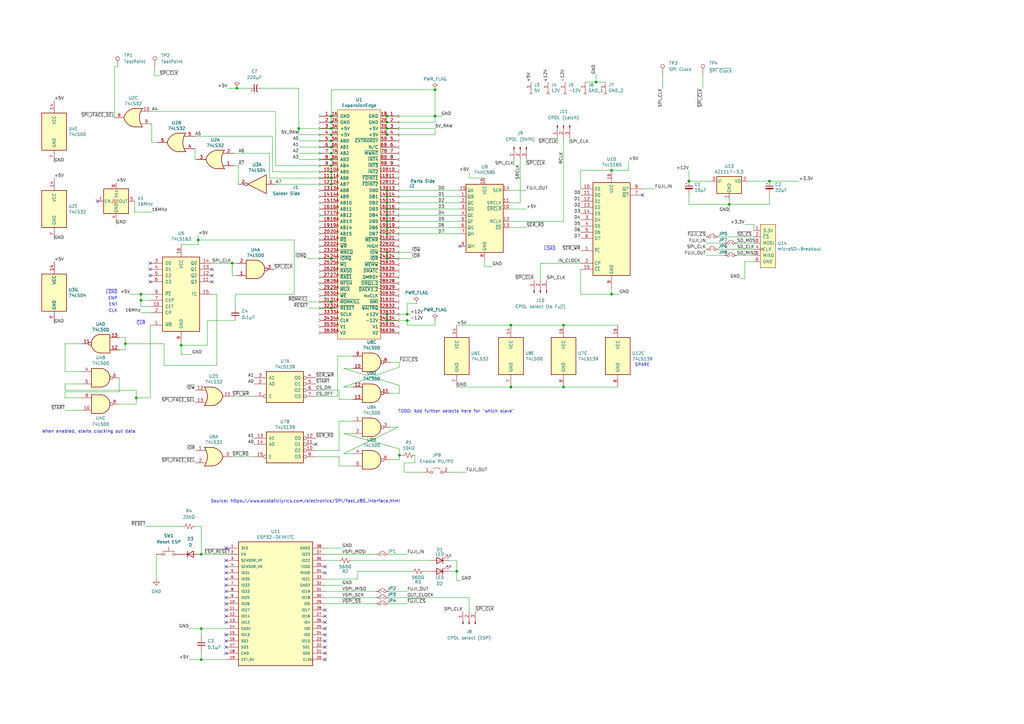
<source format=kicad_sch>
(kicad_sch (version 20211123) (generator eeschema)
  (paper "A3")
  (junction (at 178.435 36.83))
  (junction (at 135.89 75.565))
  (junction (at 231.14 158.75))
  (junction (at 209.55 158.75))
  (junction (at 209.55 133.35))
  (junction (at 158.75 83.185))
  (junction (at 81.28 98.425))
  (junction (at 163.83 186.69))
  (junction (at 74.295 141.605))
  (junction (at 158.75 50.165))
  (junction (at 135.89 47.625))
  (junction (at 158.75 128.905))
  (junction (at 250.825 69.85))
  (junction (at 158.75 93.345))
  (junction (at 158.75 95.885))
  (junction (at 135.89 67.945))
  (junction (at 95.25 107.95))
  (junction (at 135.89 57.785))
  (junction (at 315.595 74.295))
  (junction (at 244.475 33.655))
  (junction (at 135.89 73.025))
  (junction (at 135.89 55.245))
  (junction (at 158.75 131.445))
  (junction (at 135.89 106.045))
  (junction (at 135.89 52.705))
  (junction (at 57.785 123.19))
  (junction (at 135.89 60.325))
  (junction (at 82.55 227.33))
  (junction (at 135.89 123.825))
  (junction (at 231.14 133.35))
  (junction (at 299.085 83.82))
  (junction (at 158.75 55.245))
  (junction (at 158.75 85.725))
  (junction (at 167.005 128.905))
  (junction (at 158.75 78.105))
  (junction (at 82.55 270.51))
  (junction (at 187.325 234.315))
  (junction (at 135.89 70.485))
  (junction (at 51.435 140.97))
  (junction (at 122.555 52.705))
  (junction (at 158.75 47.625))
  (junction (at 55.88 163.195))
  (junction (at 135.89 62.865))
  (junction (at 158.75 88.265))
  (junction (at 282.575 74.295))
  (junction (at 158.75 106.045))
  (junction (at 158.75 103.505))
  (junction (at 158.75 80.645))
  (junction (at 135.89 126.365))
  (junction (at 178.435 47.625))
  (junction (at 158.75 90.805))
  (junction (at 250.825 120.65))
  (junction (at 97.155 36.195))
  (junction (at 135.89 65.405))
  (junction (at 82.55 257.81))
  (junction (at 158.75 52.705))
  (junction (at 167.005 131.445))
  (junction (at 57.785 120.65))
  (junction (at 135.89 50.165))
  (no_connect (at 92.71 224.79))
  (no_connect (at 92.71 232.41))
  (no_connect (at 92.71 229.87))
  (no_connect (at 61.595 113.03))
  (no_connect (at 129.54 182.245))
  (no_connect (at 263.525 80.01))
  (no_connect (at 86.995 110.49))
  (no_connect (at 92.71 234.95))
  (no_connect (at 92.71 237.49))
  (no_connect (at 92.71 240.03))
  (no_connect (at 92.71 242.57))
  (no_connect (at 133.35 255.27))
  (no_connect (at 133.35 262.89))
  (no_connect (at 133.35 265.43))
  (no_connect (at 133.35 267.97))
  (no_connect (at 133.35 270.51))
  (no_connect (at 92.71 267.97))
  (no_connect (at 92.71 265.43))
  (no_connect (at 92.71 262.89))
  (no_connect (at 92.71 260.35))
  (no_connect (at 92.71 245.11))
  (no_connect (at 92.71 247.65))
  (no_connect (at 92.71 250.19))
  (no_connect (at 92.71 252.73))
  (no_connect (at 92.71 255.27))
  (no_connect (at 133.35 252.73))
  (no_connect (at 133.35 250.19))
  (no_connect (at 133.35 234.95))
  (no_connect (at 133.35 232.41))
  (no_connect (at 40.005 82.55))
  (no_connect (at 133.35 257.81))
  (no_connect (at 133.35 260.35))
  (no_connect (at 188.595 100.965))
  (no_connect (at 86.995 113.03))
  (no_connect (at 86.995 115.57))
  (no_connect (at 61.595 115.57))
  (no_connect (at 61.595 110.49))
  (no_connect (at 61.595 107.95))
  (wire (pts (xy 315.595 74.295) (xy 306.705 74.295)))
  (wire (pts (xy 144.145 229.87) (xy 176.53 229.87)))
  (wire (pts (xy 135.89 70.485) (xy 111.76 70.485)))
  (wire (pts (xy 129.54 160.02) (xy 139.065 160.02)))
  (wire (pts (xy 133.35 227.33) (xy 154.305 227.33)))
  (wire (pts (xy 309.245 99.695) (xy 302.26 99.695)))
  (wire (pts (xy 271.78 30.48) (xy 271.78 36.195)))
  (wire (pts (xy 80.01 60.96) (xy 80.01 65.405)))
  (wire (pts (xy 80.01 215.9) (xy 82.55 215.9)))
  (wire (pts (xy 138.43 146.05) (xy 144.78 146.05)))
  (wire (pts (xy 97.155 36.195) (xy 102.235 36.195)))
  (wire (pts (xy 167.005 124.46) (xy 167.005 128.905)))
  (wire (pts (xy 93.345 36.195) (xy 97.155 36.195)))
  (wire (pts (xy 192.405 250.825) (xy 192.405 245.11)))
  (wire (pts (xy 61.595 125.73) (xy 57.785 125.73)))
  (wire (pts (xy 97.79 67.945) (xy 97.79 75.565)))
  (wire (pts (xy 221.615 107.95) (xy 238.125 107.95)))
  (wire (pts (xy 61.595 123.19) (xy 57.785 123.19)))
  (wire (pts (xy 213.36 83.185) (xy 208.915 83.185)))
  (wire (pts (xy 192.405 73.025) (xy 198.755 73.025)))
  (wire (pts (xy 82.55 215.9) (xy 82.55 227.33)))
  (wire (pts (xy 231.14 133.35) (xy 253.365 133.35)))
  (wire (pts (xy 309.245 104.775) (xy 302.26 104.775)))
  (wire (pts (xy 178.435 36.83) (xy 178.435 47.625)))
  (wire (pts (xy 82.55 257.81) (xy 92.71 257.81)))
  (wire (pts (xy 254 120.65) (xy 250.825 120.65)))
  (wire (pts (xy 51.435 140.97) (xy 67.31 140.97)))
  (wire (pts (xy 139.065 184.785) (xy 129.54 184.785)))
  (wire (pts (xy 95.25 107.95) (xy 97.155 107.95)))
  (wire (pts (xy 257.81 66.04) (xy 257.81 69.85)))
  (wire (pts (xy 168.275 128.905) (xy 167.005 128.905)))
  (wire (pts (xy 78.74 145.415) (xy 74.295 145.415)))
  (wire (pts (xy 74.295 145.415) (xy 74.295 141.605)))
  (wire (pts (xy 187.325 238.125) (xy 187.325 234.315)))
  (wire (pts (xy 238.125 120.65) (xy 250.825 120.65)))
  (wire (pts (xy 26.67 163.195) (xy 33.655 163.195)))
  (wire (pts (xy 187.325 229.87) (xy 184.15 229.87)))
  (wire (pts (xy 159.385 245.11) (xy 192.405 245.11)))
  (wire (pts (xy 74.295 141.605) (xy 85.09 141.605)))
  (wire (pts (xy 140.335 240.03) (xy 133.35 240.03)))
  (wire (pts (xy 192.405 70.485) (xy 192.405 73.025)))
  (wire (pts (xy 46.99 48.26) (xy 46.99 27.305)))
  (wire (pts (xy 48.895 154.94) (xy 48.895 160.655)))
  (wire (pts (xy 167.005 128.905) (xy 158.75 128.905)))
  (wire (pts (xy 160.02 148.59) (xy 163.83 148.59)))
  (wire (pts (xy 139.065 160.02) (xy 139.065 163.83)))
  (wire (pts (xy 170.815 124.46) (xy 167.005 124.46)))
  (wire (pts (xy 244.475 33.655) (xy 240.03 33.655)))
  (wire (pts (xy 215.9 65.405) (xy 215.9 67.945)))
  (wire (pts (xy 165.1 186.69) (xy 163.83 186.69)))
  (wire (pts (xy 129.54 162.56) (xy 138.43 162.56)))
  (wire (pts (xy 67.31 140.97) (xy 67.31 149.86)))
  (wire (pts (xy 238.125 110.49) (xy 238.125 120.65)))
  (wire (pts (xy 158.75 78.105) (xy 188.595 78.105)))
  (wire (pts (xy 140.97 151.13) (xy 144.78 151.13)))
  (wire (pts (xy 26.67 157.48) (xy 33.655 157.48)))
  (wire (pts (xy 135.89 60.325) (xy 122.555 60.325)))
  (wire (pts (xy 59.69 215.9) (xy 74.93 215.9)))
  (wire (pts (xy 163.83 186.69) (xy 163.83 184.15)))
  (wire (pts (xy 51.435 138.43) (xy 48.895 138.43)))
  (wire (pts (xy 215.9 93.345) (xy 208.915 93.345)))
  (wire (pts (xy 135.89 62.865) (xy 122.555 62.865)))
  (wire (pts (xy 208.915 90.805) (xy 231.14 90.805)))
  (wire (pts (xy 48.895 165.735) (xy 55.88 165.735)))
  (wire (pts (xy 95.25 187.325) (xy 104.14 187.325)))
  (wire (pts (xy 178.435 47.625) (xy 180.975 47.625)))
  (wire (pts (xy 184.15 234.315) (xy 187.325 234.315)))
  (wire (pts (xy 215.9 78.105) (xy 208.915 78.105)))
  (wire (pts (xy 189.23 238.125) (xy 187.325 238.125)))
  (wire (pts (xy 170.18 189.865) (xy 170.18 186.69)))
  (wire (pts (xy 305.435 107.315) (xy 309.245 107.315)))
  (wire (pts (xy 158.75 83.185) (xy 188.595 83.185)))
  (wire (pts (xy 282.575 74.295) (xy 282.575 69.85)))
  (wire (pts (xy 63.5 31.115) (xy 63.5 27.305)))
  (wire (pts (xy 158.75 88.265) (xy 188.595 88.265)))
  (wire (pts (xy 158.75 80.645) (xy 188.595 80.645)))
  (wire (pts (xy 82.55 227.33) (xy 92.71 227.33)))
  (wire (pts (xy 303.53 114.3) (xy 305.435 114.3)))
  (wire (pts (xy 168.91 103.505) (xy 158.75 103.505)))
  (wire (pts (xy 213.36 65.405) (xy 213.36 83.185)))
  (wire (pts (xy 167.005 227.33) (xy 159.385 227.33)))
  (wire (pts (xy 122.555 52.705) (xy 135.89 52.705)))
  (wire (pts (xy 57.785 123.19) (xy 57.785 120.65)))
  (wire (pts (xy 135.89 73.025) (xy 110.49 73.025)))
  (wire (pts (xy 62.23 50.8) (xy 62.23 58.42)))
  (wire (pts (xy 77.47 257.81) (xy 82.55 257.81)))
  (wire (pts (xy 140.97 186.055) (xy 163.195 175.26)))
  (wire (pts (xy 113.03 67.945) (xy 113.03 45.72)))
  (wire (pts (xy 139.065 163.83) (xy 144.78 163.83)))
  (wire (pts (xy 144.78 172.72) (xy 139.065 172.72)))
  (wire (pts (xy 135.89 67.945) (xy 113.03 67.945)))
  (wire (pts (xy 62.23 58.42) (xy 64.77 58.42)))
  (wire (pts (xy 57.785 128.27) (xy 61.595 128.27)))
  (wire (pts (xy 163.83 161.29) (xy 163.83 158.115)))
  (wire (pts (xy 146.685 237.49) (xy 146.685 234.315)))
  (wire (pts (xy 140.97 158.75) (xy 144.78 158.75)))
  (wire (pts (xy 140.97 177.8) (xy 144.78 177.8)))
  (wire (pts (xy 146.685 234.315) (xy 168.91 234.315)))
  (wire (pts (xy 168.91 106.045) (xy 158.75 106.045)))
  (wire (pts (xy 122.555 57.785) (xy 135.89 57.785)))
  (wire (pts (xy 167.005 242.57) (xy 159.385 242.57)))
  (wire (pts (xy 309.245 92.075) (xy 309.245 94.615)))
  (wire (pts (xy 139.065 172.72) (xy 139.065 184.785)))
  (wire (pts (xy 178.435 133.35) (xy 167.005 133.35)))
  (wire (pts (xy 135.89 55.245) (xy 122.555 55.245)))
  (wire (pts (xy 55.245 82.55) (xy 55.245 86.995)))
  (wire (pts (xy 294.64 102.235) (xy 309.245 102.235)))
  (wire (pts (xy 158.75 95.885) (xy 188.595 95.885)))
  (wire (pts (xy 135.89 50.165) (xy 135.89 47.625)))
  (wire (pts (xy 268.605 77.47) (xy 263.525 77.47)))
  (wire (pts (xy 248.285 33.655) (xy 244.475 33.655)))
  (wire (pts (xy 82.55 266.7) (xy 82.55 270.51)))
  (wire (pts (xy 138.43 146.05) (xy 138.43 162.56)))
  (wire (pts (xy 139.065 187.325) (xy 139.065 191.135)))
  (wire (pts (xy 61.595 163.195) (xy 61.595 133.35)))
  (wire (pts (xy 126.365 123.825) (xy 135.89 123.825)))
  (wire (pts (xy 81.28 96.52) (xy 81.28 98.425)))
  (wire (pts (xy 233.68 56.515) (xy 233.68 59.055)))
  (wire (pts (xy 51.435 140.97) (xy 51.435 138.43)))
  (wire (pts (xy 187.325 234.315) (xy 187.325 229.87)))
  (wire (pts (xy 135.89 75.565) (xy 113.03 75.565)))
  (wire (pts (xy 250.825 120.65) (xy 250.825 118.11)))
  (wire (pts (xy 244.475 30.48) (xy 244.475 33.655)))
  (wire (pts (xy 111.76 70.485) (xy 111.76 55.88)))
  (wire (pts (xy 257.81 69.85) (xy 250.825 69.85)))
  (wire (pts (xy 81.28 100.33) (xy 74.295 100.33)))
  (wire (pts (xy 53.34 120.65) (xy 57.785 120.65)))
  (wire (pts (xy 26.67 168.275) (xy 33.655 168.275)))
  (wire (pts (xy 165.735 193.675) (xy 165.735 189.865)))
  (wire (pts (xy 299.085 86.995) (xy 299.085 83.82)))
  (wire (pts (xy 122.555 36.195) (xy 122.555 52.705)))
  (wire (pts (xy 178.435 131.445) (xy 178.435 133.35)))
  (wire (pts (xy 282.575 74.295) (xy 291.465 74.295)))
  (wire (pts (xy 77.47 270.51) (xy 82.55 270.51)))
  (wire (pts (xy 158.75 90.805) (xy 188.595 90.805)))
  (wire (pts (xy 65.405 31.115) (xy 63.5 31.115)))
  (wire (pts (xy 158.75 55.245) (xy 178.435 55.245)))
  (wire (pts (xy 231.14 133.35) (xy 209.55 133.35)))
  (wire (pts (xy 163.83 150.495) (xy 140.97 158.75)))
  (wire (pts (xy 95.25 113.03) (xy 95.25 107.95)))
  (wire (pts (xy 201.93 109.22) (xy 198.755 109.22)))
  (wire (pts (xy 133.35 247.65) (xy 154.305 247.65)))
  (wire (pts (xy 178.435 52.705) (xy 158.75 52.705)))
  (wire (pts (xy 85.09 131.445) (xy 85.09 141.605)))
  (wire (pts (xy 120.65 98.425) (xy 81.28 98.425)))
  (wire (pts (xy 209.55 158.75) (xy 187.325 158.75)))
  (wire (pts (xy 55.88 163.195) (xy 55.88 160.02)))
  (wire (pts (xy 125.73 106.045) (xy 135.89 106.045)))
  (wire (pts (xy 88.9 120.65) (xy 86.995 120.65)))
  (wire (pts (xy 51.435 143.51) (xy 51.435 140.97)))
  (wire (pts (xy 228.6 56.515) (xy 228.6 59.055)))
  (wire (pts (xy 238.125 77.47) (xy 238.125 69.85)))
  (wire (pts (xy 297.18 99.695) (xy 289.56 99.695)))
  (wire (pts (xy 110.49 73.025) (xy 110.49 62.865)))
  (wire (pts (xy 299.085 83.82) (xy 299.085 81.915)))
  (wire (pts (xy 184.15 193.675) (xy 191.135 193.675)))
  (wire (pts (xy 107.315 36.195) (xy 122.555 36.195)))
  (wire (pts (xy 122.555 65.405) (xy 135.89 65.405)))
  (wire (pts (xy 110.49 62.865) (xy 95.885 62.865)))
  (wire (pts (xy 305.435 114.3) (xy 305.435 107.315)))
  (wire (pts (xy 158.75 50.165) (xy 178.435 50.165)))
  (wire (pts (xy 163.195 175.26) (xy 160.02 175.26)))
  (wire (pts (xy 120.65 120.65) (xy 120.65 98.425)))
  (wire (pts (xy 26.67 160.655) (xy 26.67 163.195)))
  (wire (pts (xy 74.295 141.605) (xy 74.295 140.97)))
  (wire (pts (xy 64.135 237.49) (xy 64.135 227.33)))
  (wire (pts (xy 305.435 92.075) (xy 309.245 92.075)))
  (wire (pts (xy 55.88 165.735) (xy 55.88 163.195)))
  (wire (pts (xy 163.83 158.115) (xy 140.97 151.13)))
  (wire (pts (xy 315.595 83.82) (xy 299.085 83.82)))
  (wire (pts (xy 81.915 227.33) (xy 82.55 227.33)))
  (wire (pts (xy 26.67 152.4) (xy 33.655 152.4)))
  (wire (pts (xy 26.67 140.97) (xy 26.67 152.4)))
  (wire (pts (xy 167.005 133.35) (xy 167.005 131.445)))
  (wire (pts (xy 139.065 191.135) (xy 144.78 191.135)))
  (wire (pts (xy 96.52 131.445) (xy 85.09 131.445)))
  (wire (pts (xy 126.365 126.365) (xy 135.89 126.365)))
  (wire (pts (xy 209.55 133.35) (xy 187.325 133.35)))
  (wire (pts (xy 80.01 65.405) (xy 80.645 65.405)))
  (wire (pts (xy 133.35 242.57) (xy 154.305 242.57)))
  (wire (pts (xy 47.625 92.075) (xy 47.625 90.17)))
  (wire (pts (xy 129.54 187.325) (xy 139.065 187.325)))
  (wire (pts (xy 33.655 140.97) (xy 26.67 140.97)))
  (wire (pts (xy 282.575 83.82) (xy 299.085 83.82)))
  (wire (pts (xy 158.75 93.345) (xy 188.595 93.345)))
  (wire (pts (xy 282.575 79.375) (xy 282.575 83.82)))
  (wire (pts (xy 95.25 162.56) (xy 104.14 162.56)))
  (wire (pts (xy 97.155 113.03) (xy 95.25 113.03)))
  (wire (pts (xy 238.125 69.85) (xy 250.825 69.85)))
  (wire (pts (xy 95.885 67.945) (xy 97.79 67.945)))
  (wire (pts (xy 160.02 188.595) (xy 163.83 188.595)))
  (wire (pts (xy 57.785 125.73) (xy 57.785 123.19)))
  (wire (pts (xy 135.89 47.625) (xy 135.89 36.83)))
  (wire (pts (xy 178.435 50.165) (xy 178.435 47.625)))
  (wire (pts (xy 309.245 97.155) (xy 294.64 97.155)))
  (wire (pts (xy 111.76 55.88) (xy 80.01 55.88)))
  (wire (pts (xy 163.83 148.59) (xy 163.83 150.495)))
  (wire (pts (xy 160.02 161.29) (xy 163.83 161.29)))
  (wire (pts (xy 55.245 86.995) (xy 62.23 86.995)))
  (wire (pts (xy 231.14 56.515) (xy 231.14 90.805)))
  (wire (pts (xy 288.29 30.48) (xy 288.29 36.195)))
  (wire (pts (xy 158.75 131.445) (xy 167.005 131.445)))
  (wire (pts (xy 88.9 149.86) (xy 88.9 120.65)))
  (wire (pts (xy 96.52 120.65) (xy 120.65 120.65)))
  (wire (pts (xy 133.35 245.11) (xy 154.305 245.11)))
  (wire (pts (xy 158.75 47.625) (xy 178.435 47.625)))
  (wire (pts (xy 198.755 109.22) (xy 198.755 106.045)))
  (wire (pts (xy 289.56 104.775) (xy 297.18 104.775)))
  (wire (pts (xy 113.03 45.72) (xy 62.23 45.72)))
  (wire (pts (xy 173.99 234.315) (xy 176.53 234.315)))
  (wire (pts (xy 57.785 120.65) (xy 61.595 120.65)))
  (wire (pts (xy 221.615 114.935) (xy 221.615 107.95)))
  (wire (pts (xy 55.88 160.02) (xy 26.67 160.02)))
  (wire (pts (xy 315.595 74.295) (xy 327.66 74.295)))
  (wire (pts (xy 135.89 36.83) (xy 178.435 36.83)))
  (wire (pts (xy 48.895 143.51) (xy 51.435 143.51)))
  (wire (pts (xy 165.735 189.865) (xy 170.18 189.865)))
  (wire (pts (xy 46.99 27.305) (xy 48.26 27.305)))
  (wire (pts (xy 144.78 186.055) (xy 140.97 186.055)))
  (wire (pts (xy 48.895 160.655) (xy 26.67 160.655)))
  (wire (pts (xy 165.735 193.675) (xy 173.99 193.675)))
  (wire (pts (xy 96.52 126.365) (xy 96.52 120.65)))
  (wire (pts (xy 82.55 270.51) (xy 92.71 270.51)))
  (wire (pts (xy 178.435 52.705) (xy 178.435 55.245)))
  (wire (pts (xy 122.555 52.705) (xy 122.555 55.245)))
  (wire (pts (xy 158.75 85.725) (xy 188.595 85.725)))
  (wire (pts (xy 163.83 184.15) (xy 140.97 177.8)))
  (wire (pts (xy 140.335 224.79) (xy 133.35 224.79)))
  (wire (pts (xy 159.385 247.65) (xy 167.005 247.65)))
  (wire (pts (xy 95.25 107.95) (xy 86.995 107.95)))
  (wire (pts (xy 26.67 160.02) (xy 26.67 157.48)))
  (wire (pts (xy 81.28 98.425) (xy 81.28 100.33)))
  (wire (pts (xy 167.005 131.445) (xy 168.275 131.445)))
  (wire (pts (xy 133.35 229.87) (xy 139.065 229.87)))
  (wire (pts (xy 82.55 257.81) (xy 82.55 261.62)))
  (wire (pts (xy 55.88 163.195) (xy 61.595 163.195)))
  (wire (pts (xy 315.595 79.375) (xy 315.595 83.82)))
  (wire (pts (xy 133.35 237.49) (xy 146.685 237.49)))
  (wire (pts (xy 163.83 188.595) (xy 163.83 186.69)))
  (wire (pts (xy 67.31 149.86) (xy 88.9 149.86)))
  (wire (pts (xy 210.82 65.405) (xy 210.82 67.945)))
  (wire (pts (xy 215.9 85.725) (xy 208.915 85.725)))
  (wire (pts (xy 253.365 158.75) (xy 231.14 158.75)))
  (wire (pts (xy 209.55 158.75) (xy 231.14 158.75)))
  (text "CLK" (at 48.26 128.27 180) (effects (font (size 1.27 1.27)) (justify right bottom)))
  (text "ENT" (at 48.26 125.73 180) (effects (font (size 1.27 1.27)) (justify right bottom)))
  (text "~{CLR}" (at 59.69 133.35 180) (effects (font (size 1.27 1.27)) (justify right bottom)))
  (text "SPARE" (at 260.35 150.495 0) (effects (font (size 1.27 1.27)) (justify left bottom)))
  (text "When enabled, starts clocking out data" (at 17.145 177.8 0) (effects (font (size 1.27 1.27)) (justify left bottom)))
  (text "TODO: Add further selects here for \"which slave\"" (at 163.195 169.545 0) (effects (font (size 1.27 1.27)) (justify left bottom)))
  (text "~{LOAD}" (at 227.965 102.87 180) (effects (font (size 1.27 1.27)) (justify right bottom)))
  (text "~{LOAD}" (at 48.26 120.65 180) (effects (font (size 1.27 1.27)) (justify right bottom)))
  (text "Source: https://www.ecstaticlyrics.com/electronics/SPI/fast_z80_interface.html" (at 86.36 206.375 0) (effects (font (size 1.27 1.27)) (justify left bottom)))
  (text "ENP" (at 48.26 123.19 180) (effects (font (size 1.27 1.27)) (justify right bottom)))
  (label "+5V" (at 215.9 85.725 0))
  (label "RCLK" (at 231.14 67.31 90))
  (label "+5V" (at 93.345 36.195 180))
  (label "GND" (at 299.085 86.995 180))
  (label "D6" (at 238.125 95.25 180))
  (label "OUT_CLOCK" (at 167.005 245.11 0))
  (label "~{IOR}" (at 168.91 106.045 0))
  (label "D7" (at 238.125 97.79 180))
  (label "GND" (at 77.47 257.81 180))
  (label "+3.3V" (at 327.66 74.295 0))
  (label "FUJI_OUT" (at 215.9 78.105 0))
  (label "~{IOR}" (at 80.01 184.785 180))
  (label "D0" (at 179.705 78.105 0))
  (label "GND" (at 244.475 30.48 90))
  (label "+5V" (at 22.225 41.275 0))
  (label "A1" (at 104.14 179.705 180))
  (label "SPI_CLK" (at 289.56 102.235 180))
  (label "5V_RAW" (at 122.555 55.245 180))
  (label "~{SD_CS}" (at 302.26 97.155 0))
  (label "~{SPI_IFACE_SEL}" (at 80.01 165.1 180))
  (label "+5V" (at 53.34 120.65 180))
  (label "A5" (at 80.01 55.88 0))
  (label "FUJI_OUT" (at 191.135 193.675 0))
  (label "D1" (at 238.125 82.55 180))
  (label "~{FUJI_CS}" (at 167.005 247.65 0))
  (label "-12V" (at 231.775 33.655 90))
  (label "+5V" (at 187.325 133.35 0))
  (label "~{SPI_CLK}" (at 228.6 59.055 180))
  (label "16MHz" (at 62.23 86.995 0))
  (label "D4" (at 238.125 90.17 180))
  (label "D6" (at 179.705 93.345 0))
  (label "~{SPI_WR}" (at 95.25 162.56 0))
  (label "~{SPI_IFACE_SEL}" (at 46.99 48.26 180))
  (label "+3.3V" (at 305.435 92.075 180))
  (label "16MHz" (at 57.785 128.27 180))
  (label "~{RESET}" (at 126.365 126.365 180))
  (label "~{IORQ}" (at 125.73 106.045 180))
  (label "D2" (at 179.705 83.185 0))
  (label "GND" (at 201.93 109.22 0))
  (label "~{SPI_CLK}" (at 112.395 110.49 0))
  (label "A0" (at 122.555 57.785 180))
  (label "~{IOW}" (at 168.91 103.505 0))
  (label "GND" (at 189.23 238.125 0))
  (label "~{SPI_CLK}" (at 215.9 67.945 0))
  (label "GND" (at 78.74 145.415 0))
  (label "A0" (at 104.14 182.245 180))
  (label "D7" (at 179.705 95.885 0))
  (label "D5" (at 179.705 90.805 0))
  (label "IN_CLOCK" (at 238.125 107.95 180))
  (label "CS_ON" (at 129.54 160.02 0))
  (label "A6" (at 97.79 62.865 0))
  (label "FUJI_IN" (at 289.56 99.695 180))
  (label "A1" (at 122.555 60.325 180))
  (label "VSPI_MOSI" (at 140.335 227.33 0))
  (label "+5V" (at 81.28 96.52 0))
  (label "GND" (at 22.225 66.675 0))
  (label "+5V" (at 47.625 74.93 0))
  (label "FUJI_IN" (at 167.005 227.33 0))
  (label "SPI_CLK" (at 189.865 250.825 180))
  (label "A1" (at 104.14 154.94 180))
  (label "SD_MOSI" (at 302.26 99.695 0))
  (label "GND" (at 140.335 224.79 0))
  (label "~{SPI_CLK}" (at 194.945 250.825 0))
  (label "FUJI_OUT" (at 289.56 104.775 180))
  (label "D2" (at 238.125 85.09 180))
  (label "FUJI_IN" (at 268.605 77.47 0))
  (label "5V_RAW" (at 178.435 52.705 0))
  (label "~{IOW}" (at 80.01 160.02 180))
  (label "+5V" (at 192.405 70.485 180))
  (label "~{SPI_CLK}" (at 219.075 114.935 180))
  (label "A7" (at 113.03 75.565 0))
  (label "SPI_CLK" (at 271.78 36.195 270))
  (label "~{RESET}" (at 59.69 215.9 180))
  (label "SPI_CLK" (at 86.995 107.95 0))
  (label "GND" (at 303.53 114.3 180))
  (label "+5V" (at 217.805 33.655 90))
  (label "D3" (at 179.705 85.725 0))
  (label "~{SER_RD}" (at 215.9 93.345 0))
  (label "+12V" (at 224.79 33.655 90))
  (label "~{FUJI_CS}" (at 289.56 97.155 180))
  (label "~{SER_RD}" (at 129.54 179.705 0))
  (label "~{SPI_IFACE_SEL}" (at 80.01 189.865 180))
  (label "GND" (at 254 120.65 0))
  (label "~{SPI_CLK}" (at 288.29 36.195 270))
  (label "A0" (at 104.14 157.48 180))
  (label "+5V" (at 257.81 66.04 0))
  (label "+12V" (at 282.575 69.85 180))
  (label "+5V" (at 77.47 270.51 180))
  (label "VSPI_SCK" (at 140.335 245.11 0))
  (label "+12V" (at 168.275 128.905 0))
  (label "GND" (at 180.975 47.625 0))
  (label "SRCLK" (at 213.36 73.66 90))
  (label "A4" (at 62.23 45.72 0))
  (label "D1" (at 179.705 80.645 0))
  (label "A2" (at 122.555 62.865 180))
  (label "~{FUJI_CS}" (at 163.83 148.59 0))
  (label "SD_CLK" (at 302.26 102.235 0))
  (label "-12V" (at 168.275 131.445 0))
  (label "~{SPI_CLK}" (at 65.405 31.115 0))
  (label "VSPI_MISO" (at 140.335 242.57 0))
  (label "CS_OFF" (at 129.54 162.56 0))
  (label "~{ROMKILL}" (at 126.365 123.825 180))
  (label "GND" (at 140.335 240.03 0))
  (label "SPI_CLK" (at 224.155 114.935 0))
  (label "~{VSPI_SS}" (at 140.335 247.65 0))
  (label "GND" (at 187.325 158.75 0))
  (label "D5" (at 238.125 92.71 180))
  (label "GND" (at 22.225 132.715 0))
  (label "FUJI_OUT" (at 167.005 242.57 0))
  (label "D0" (at 238.125 80.01 180))
  (label "+5V" (at 22.225 73.025 0))
  (label "SD_MISO" (at 302.26 104.775 0))
  (label "GND" (at 22.225 98.425 0))
  (label "~{SPI_RD}" (at 95.25 187.325 0))
  (label "+5V" (at 22.225 107.315 0))
  (label "D4" (at 179.705 88.265 0))
  (label "SPI_CLK" (at 210.82 67.945 180))
  (label "~{START}" (at 129.54 157.48 0))
  (label "~{ESP_RESET}" (at 83.82 227.33 0))
  (label "A3" (at 122.555 65.405 180))
  (label "~{SER_WR}" (at 238.125 102.87 180))
  (label "~{A7}" (at 97.79 67.945 0))
  (label "~{SER_WR}" (at 129.54 154.94 0))
  (label "~{START}" (at 26.67 168.275 180))
  (label "GND" (at 47.625 92.075 0))
  (label "D3" (at 238.125 87.63 180))
  (label "SPI_CLK" (at 233.68 59.055 0))
  (symbol (lib_id "PC-8801:ExpansionEdge") (at 147.32 42.545 0) (unit 1)
    (property "Reference" "U1" (at 147.32 40.894 0))
    (property "Value" "ExpansionEdge" (at 147.32 43.2054 0))
    (property "Footprint" "PC-8801:PC88 Edge" (effects hide))
  )
  (symbol (lib_id "Connector:Conn_01x36_Female") (at 130.81 90.805 0) (mirror y) (unit 1)
    (property "Reference" "J1" (at 121.285 76.835 0))
    (property "Value" "Solder Side" (at 117.475 79.375 0))
    (property "Footprint" "Connector_PinHeader_2.54mm:PinHeader_1x36_P2.54mm_Vertical" (effects hide))
  )
  (symbol (lib_id "Connector:Conn_01x01_Female") (at 217.805 38.735 270) (unit 1)
    (property "Reference" "J3" (at 219.0242 34.8234 90) (effects (justify left)))
    (property "Value" "5V" (at 219.0242 37.1348 90) (effects (justify left)))
    (property "Footprint" "PC-8801:1x20_PowerBar" (effects hide))
  )
  (symbol (lib_id "Connector:Conn_01x01_Female") (at 224.79 38.735 270) (unit 1)
    (property "Reference" "J4" (at 226.0092 34.8234 90) (effects (justify left)))
    (property "Value" "12V" (at 226.0092 37.1348 90) (effects (justify left)))
    (property "Footprint" "PC-8801:1x20_PowerBar" (effects hide))
  )
  (symbol (lib_id "Connector:Conn_01x01_Female") (at 231.775 38.735 270) (unit 1)
    (property "Reference" "J5" (at 232.9942 34.8234 90) (effects (justify left)))
    (property "Value" "-12V" (at 232.9942 37.1348 90) (effects (justify left)))
    (property "Footprint" "PC-8801:1x20_PowerBar" (effects hide))
  )
  (symbol (lib_id "Connector:Conn_01x01_Female") (at 240.03 38.735 270) (unit 1)
    (property "Reference" "J6" (at 241.2492 34.8234 90) (effects (justify left)))
    (property "Value" "GND_1" (at 241.2492 37.1348 90) (effects (justify left)))
    (property "Footprint" "PC-8801:1x20_PowerBar" (effects hide))
  )
  (symbol (lib_id "Connector:Conn_01x01_Female") (at 248.285 38.735 270) (unit 1)
    (property "Reference" "J7" (at 249.5042 34.8234 90) (effects (justify left)))
    (property "Value" "GND_2" (at 249.5042 37.1348 90) (effects (justify left)))
    (property "Footprint" "PC-8801:1x20_PowerBar" (effects hide))
  )
  (symbol (lib_id "Connector:Conn_01x36_Female") (at 163.83 90.805 0) (unit 1)
    (property "Reference" "J2" (at 167.64 76.2 0) (effects (justify left)))
    (property "Value" "Parts Side" (at 168.275 74.295 0) (effects (justify left)))
    (property "Footprint" "Connector_PinHeader_2.54mm:PinHeader_1x36_P2.54mm_Vertical" (effects hide))
  )
  (symbol (lib_id "74xx:74LS04") (at 105.41 75.565 180) (unit 1)
    (property "Reference" "U3" (at 105.41 67.5132 0))
    (property "Value" "74LS04" (at 105.41 69.8246 0))
    (property "Footprint" "Package_DIP:DIP-14_W7.62mm_Socket_LongPads" (effects hide))
    (property "Datasheet" "http://www.ti.com/lit/gpn/sn74LS04" (effects hide))
  )
  (symbol (lib_id "74xx:74LS32") (at 88.265 65.405 180) (unit 1)
    (property "Reference" "U2" (at 88.265 57.3532 0))
    (property "Value" "74LS32" (at 88.265 59.6646 0))
    (property "Footprint" "Package_DIP:DIP-14_W7.62mm_Socket_LongPads" (effects hide))
    (property "Datasheet" "http://www.ti.com/lit/gpn/sn74LS32" (effects hide))
  )
  (symbol (lib_id "74xx:74LS32") (at 72.39 58.42 180) (unit 2)
    (property "Reference" "U2" (at 72.39 50.3682 0))
    (property "Value" "74LS32" (at 72.39 52.6796 0))
    (property "Footprint" "Package_DIP:DIP-14_W7.62mm_Socket_LongPads" (effects hide))
    (property "Datasheet" "http://www.ti.com/lit/gpn/sn74LS32" (effects hide))
  )
  (symbol (lib_id "74xx:74LS32") (at 54.61 48.26 180) (unit 3)
    (property "Reference" "U2" (at 54.61 40.2082 0))
    (property "Value" "74LS32" (at 54.61 42.5196 0))
    (property "Footprint" "Package_DIP:DIP-14_W7.62mm_Socket_LongPads" (effects hide))
    (property "Datasheet" "http://www.ti.com/lit/gpn/sn74LS32" (effects hide))
  )
  (symbol (lib_id "74xx:74LS32") (at 22.225 85.725 0) (unit 5)
    (property "Reference" "U2" (at 28.067 84.5566 0) (effects (justify left)))
    (property "Value" "74LS32" (at 28.067 86.868 0) (effects (justify left)))
    (property "Footprint" "Package_DIP:DIP-14_W7.62mm_Socket_LongPads" (effects hide))
    (property "Datasheet" "http://www.ti.com/lit/gpn/sn74LS32" (effects hide))
  )
  (symbol (lib_id "ESP32-DEVKITC:ESP32-DEVKITC") (at 113.03 247.65 0) (unit 1)
    (property "Reference" "U11" (at 113.03 218.0082 0))
    (property "Value" "ESP32-DEVKITC" (at 113.03 220.3196 0))
    (property "Footprint" "ESP32-DEVKITC:MODULE_ESP32-DEVKITC" (effects hide))
    (property "PARTREV" "N/A" (effects hide))
    (property "MANUFACTURER" "ESPRESSIF" (effects hide))
    (property "STANDARD" "Manufacturer Recommendations" (effects hide))
  )
  (symbol (lib_id "74xx:74LS04") (at 22.225 120.015 0) (unit 7)
    (property "Reference" "U3" (at 28.067 118.8466 0) (effects (justify left)))
    (property "Value" "74LS04" (at 28.067 121.158 0) (effects (justify left)))
    (property "Footprint" "Package_DIP:DIP-14_W7.62mm_Socket_LongPads" (effects hide))
    (property "Datasheet" "http://www.ti.com/lit/gpn/sn74LS04" (effects hide))
  )
  (symbol (lib_id "Oscillator:CXO_DIP8") (at 47.625 82.55 0) (unit 1)
    (property "Reference" "X1" (at 56.3626 81.3816 0) (effects (justify left)))
    (property "Value" "16MHz" (at 56.3626 83.693 0) (effects (justify left)))
    (property "Footprint" "Oscillator:Oscillator_DIP-8" (effects hide))
    (property "Datasheet" "http://cdn-reichelt.de/documents/datenblatt/B400/OSZI.pdf" (effects hide))
  )
  (symbol (lib_id "74xx:74LS163") (at 74.295 120.65 0) (unit 1)
    (property "Reference" "U5" (at 74.295 95.7326 0))
    (property "Value" "74LS163" (at 74.295 98.044 0))
    (property "Footprint" "Package_DIP:DIP-16_W7.62mm_Socket_LongPads" (effects hide))
    (property "Datasheet" "http://www.ti.com/lit/gpn/sn74LS163" (effects hide))
  )
  (symbol (lib_id "74xx:74LS00") (at 104.775 110.49 0) (mirror x) (unit 1)
    (property "Reference" "U4" (at 104.775 102.4382 0))
    (property "Value" "74LS00" (at 104.775 104.7496 0))
    (property "Footprint" "Package_DIP:DIP-14_W7.62mm_Socket_LongPads" (effects hide))
    (property "Datasheet" "http://www.ti.com/lit/gpn/sn74ls00" (effects hide))
  )
  (symbol (lib_id "Device:Jumper_NC_Small") (at 156.845 227.33 0) (unit 1)
    (property "Reference" "JP1" (at 160.655 226.06 0))
    (property "Value" "Jumper_NC_Small" (effects hide))
    (property "Footprint" "Jumper:SolderJumper-2_P1.3mm_Bridged_RoundedPad1.0x1.5mm" (effects hide))
  )
  (symbol (lib_id "74xx:74LS00") (at 41.275 154.94 0) (unit 2)
    (property "Reference" "U4" (at 41.275 146.685 0))
    (property "Value" "74LS00" (at 41.275 148.9964 0))
    (property "Footprint" "Package_DIP:DIP-14_W7.62mm_Socket_LongPads" (effects hide))
    (property "Datasheet" "http://www.ti.com/lit/gpn/sn74ls00" (effects hide))
  )
  (symbol (lib_id "74xx:74LS00") (at 41.275 165.735 0) (unit 3)
    (property "Reference" "U4" (at 41.275 171.45 0))
    (property "Value" "74LS00" (at 41.275 173.99 0))
    (property "Footprint" "Package_DIP:DIP-14_W7.62mm_Socket_LongPads" (effects hide))
    (property "Datasheet" "http://www.ti.com/lit/gpn/sn74ls00" (effects hide))
  )
  (symbol (lib_id "Device:Jumper_NC_Small") (at 156.845 242.57 0) (unit 1)
    (property "Reference" "JP2" (at 160.655 241.3 0))
    (property "Value" "Jumper_NC_Small" (effects hide))
    (property "Footprint" "Jumper:SolderJumper-2_P1.3mm_Bridged_RoundedPad1.0x1.5mm" (effects hide))
  )
  (symbol (lib_id "74xx:74LS00") (at 41.275 140.97 180) (unit 4)
    (property "Reference" "U4" (at 41.275 132.9182 0))
    (property "Value" "74LS00" (at 41.275 135.2296 0))
    (property "Footprint" "Package_DIP:DIP-14_W7.62mm_Socket_LongPads" (effects hide))
    (property "Datasheet" "http://www.ti.com/lit/gpn/sn74ls00" (effects hide))
  )
  (symbol (lib_id "Device:Jumper_NC_Small") (at 156.845 245.11 0) (unit 1)
    (property "Reference" "JP3" (at 160.655 243.84 0))
    (property "Value" "Jumper_NC_Small" (effects hide))
    (property "Footprint" "Jumper:SolderJumper-2_P1.3mm_Bridged_RoundedPad1.0x1.5mm" (effects hide))
  )
  (symbol (lib_id "74xx:74LS00") (at 22.225 53.975 0) (unit 5)
    (property "Reference" "U4" (at 28.067 52.8066 0) (effects (justify left)))
    (property "Value" "74LS00" (at 28.067 55.118 0) (effects (justify left)))
    (property "Footprint" "Package_DIP:DIP-14_W7.62mm_Socket_LongPads" (effects hide))
    (property "Datasheet" "http://www.ti.com/lit/gpn/sn74ls00" (effects hide))
  )
  (symbol (lib_id "74xx:74LS139") (at 116.84 157.48 0) (unit 1)
    (property "Reference" "U7" (at 116.84 148.1582 0))
    (property "Value" "74LS139" (at 116.84 150.4696 0))
    (property "Footprint" "Package_DIP:DIP-16_W7.62mm_Socket_LongPads" (effects hide))
    (property "Datasheet" "http://www.ti.com/lit/gpn/sn74LS139" (effects hide))
  )
  (symbol (lib_id "74xx:74LS139") (at 116.84 182.245 0) (unit 2)
    (property "Reference" "U7" (at 116.84 172.9232 0))
    (property "Value" "74LS139" (at 116.84 175.2346 0))
    (property "Footprint" "Package_DIP:DIP-16_W7.62mm_Socket_LongPads" (effects hide))
    (property "Datasheet" "http://www.ti.com/lit/gpn/sn74LS139" (effects hide))
  )
  (symbol (lib_id "Device:Jumper_NC_Small") (at 156.845 247.65 0) (unit 1)
    (property "Reference" "JP4" (at 160.655 246.38 0))
    (property "Value" "Jumper_NC_Small" (effects hide))
    (property "Footprint" "Jumper:SolderJumper-2_P1.3mm_Bridged_RoundedPad1.0x1.5mm" (effects hide))
  )
  (symbol (lib_id "74xx:74LS32") (at 87.63 162.56 0) (unit 4)
    (property "Reference" "U2" (at 87.63 154.305 0))
    (property "Value" "74LS32" (at 87.63 156.6164 0))
    (property "Footprint" "Package_DIP:DIP-14_W7.62mm_Socket_LongPads" (effects hide))
    (property "Datasheet" "http://www.ti.com/lit/gpn/sn74LS32" (effects hide))
  )
  (symbol (lib_id "74xx:74LS32") (at 87.63 187.325 0) (unit 1)
    (property "Reference" "U6" (at 87.63 179.07 0))
    (property "Value" "74LS32" (at 87.63 181.3814 0))
    (property "Footprint" "Package_DIP:DIP-14_W7.62mm_Socket_LongPads" (effects hide))
    (property "Datasheet" "http://www.ti.com/lit/gpn/sn74LS32" (effects hide))
  )
  (symbol (lib_id "74xx:74LS00") (at 152.4 175.26 0) (unit 1)
    (property "Reference" "U8" (at 152.4 167.005 0))
    (property "Value" "74LS00" (at 152.4 169.3164 0))
    (property "Footprint" "Package_DIP:DIP-14_W7.62mm_Socket_LongPads" (effects hide))
    (property "Datasheet" "http://www.ti.com/lit/gpn/sn74ls00" (effects hide))
  )
  (symbol (lib_id "74xx:74LS00") (at 152.4 188.595 0) (unit 2)
    (property "Reference" "U8" (at 152.4 180.34 0))
    (property "Value" "74LS00" (at 152.4 182.6514 0))
    (property "Footprint" "Package_DIP:DIP-14_W7.62mm_Socket_LongPads" (effects hide))
    (property "Datasheet" "http://www.ti.com/lit/gpn/sn74ls00" (effects hide))
  )
  (symbol (lib_id "Device:R_Small_US") (at 167.64 186.69 90) (unit 1)
    (property "Reference" "R1" (at 167.64 181.483 90))
    (property "Value" "10kΩ" (at 167.64 183.7944 90))
    (property "Footprint" "Resistor_THT:R_Axial_DIN0207_L6.3mm_D2.5mm_P10.16mm_Horizontal" (effects hide))
  )
  (symbol (lib_id "74xx:74LS00") (at 152.4 148.59 0) (unit 3)
    (property "Reference" "U8" (at 152.4 140.335 0))
    (property "Value" "74LS00" (at 152.4 142.6464 0))
    (property "Footprint" "Package_DIP:DIP-14_W7.62mm_Socket_LongPads" (effects hide))
    (property "Datasheet" "http://www.ti.com/lit/gpn/sn74ls00" (effects hide))
  )
  (symbol (lib_id "74xx:74LS00") (at 152.4 161.29 0) (unit 4)
    (property "Reference" "U8" (at 152.4 153.035 0))
    (property "Value" "74LS00" (at 152.4 155.3464 0))
    (property "Footprint" "Package_DIP:DIP-14_W7.62mm_Socket_LongPads" (effects hide))
    (property "Datasheet" "http://www.ti.com/lit/gpn/sn74ls00" (effects hide))
  )
  (symbol (lib_id "74xx:74LS32") (at 187.325 146.05 0) (unit 5)
    (property "Reference" "U6" (at 193.167 144.8816 0) (effects (justify left)))
    (property "Value" "74LS32" (at 193.167 147.193 0) (effects (justify left)))
    (property "Footprint" "Package_DIP:DIP-14_W7.62mm_Socket_LongPads" (effects hide))
    (property "Datasheet" "http://www.ti.com/lit/gpn/sn74LS32" (effects hide))
  )
  (symbol (lib_id "74xx:74LS00") (at 209.55 146.05 0) (unit 5)
    (property "Reference" "U8" (at 215.392 144.8816 0) (effects (justify left)))
    (property "Value" "74LS00" (at 215.392 147.193 0) (effects (justify left)))
    (property "Footprint" "Package_DIP:DIP-14_W7.62mm_Socket_LongPads" (effects hide))
    (property "Datasheet" "http://www.ti.com/lit/gpn/sn74ls00" (effects hide))
  )
  (symbol (lib_id "74xx:74LS139") (at 231.14 146.05 0) (unit 3)
    (property "Reference" "U7" (at 236.982 144.8816 0) (effects (justify left)))
    (property "Value" "74LS139" (at 236.982 147.193 0) (effects (justify left)))
    (property "Footprint" "Package_DIP:DIP-16_W7.62mm_Socket_LongPads" (effects hide))
    (property "Datasheet" "http://www.ti.com/lit/gpn/sn74LS139" (effects hide))
  )
  (symbol (lib_id "74xx:74LS139") (at 253.365 146.05 0) (unit 3)
    (property "Reference" "U12" (at 259.207 144.8816 0) (effects (justify left)))
    (property "Value" "74LS139" (at 259.207 147.193 0) (effects (justify left)))
    (property "Footprint" "Package_DIP:DIP-16_W7.62mm_Socket_LongPads" (effects hide))
    (property "Datasheet" "http://www.ti.com/lit/gpn/sn74LS139" (effects hide))
  )
  (symbol (lib_id "74xx:74HC595") (at 198.755 88.265 0) (mirror y) (unit 1)
    (property "Reference" "U9" (at 198.755 68.4276 0))
    (property "Value" "74HC595" (at 198.755 70.739 0))
    (property "Footprint" "Package_DIP:DIP-16_W7.62mm_Socket_LongPads" (effects hide))
    (property "Datasheet" "http://www.ti.com/lit/ds/symlink/sn74hc595.pdf" (effects hide))
  )
  (symbol (lib_id "microSD_Breakout:microSD-Breakout") (at 314.325 111.125 0) (unit 1)
    (property "Reference" "U14" (at 318.8462 99.7966 0) (effects (justify left)))
    (property "Value" "microSD-Breakout" (at 318.8462 102.108 0) (effects (justify left)))
    (property "Footprint" "microSD_Breakout:microSD_AliExpress" (effects hide))
    (property "Datasheet" "https://www.aliexpress.com/item/32886674838.html" (effects hide))
  )
  (symbol (lib_id "Device:Jumper_NC_Small") (at 299.72 104.775 0) (unit 1)
    (property "Reference" "JP8" (at 296.545 103.505 0))
    (property "Value" "Jumper_NC_Small" (effects hide))
    (property "Footprint" "Jumper:SolderJumper-2_P1.3mm_Bridged_RoundedPad1.0x1.5mm" (effects hide))
  )
  (symbol (lib_id "Device:Jumper_NC_Small") (at 299.72 99.695 0) (unit 1)
    (property "Reference" "JP7" (at 296.545 98.425 0))
    (property "Value" "Jumper_NC_Small" (effects hide))
    (property "Footprint" "Jumper:SolderJumper-2_P1.3mm_Bridged_RoundedPad1.0x1.5mm" (effects hide))
  )
  (symbol (lib_id "Device:Jumper_NC_Small") (at 292.1 97.155 0) (unit 1)
    (property "Reference" "JP5" (at 296.545 95.885 0))
    (property "Value" "Jumper_NC_Small" (effects hide))
    (property "Footprint" "Jumper:SolderJumper-2_P1.3mm_Bridged_RoundedPad1.0x1.5mm" (effects hide))
  )
  (symbol (lib_id "Device:Jumper_NC_Small") (at 292.1 102.235 0) (unit 1)
    (property "Reference" "JP6" (at 296.545 100.965 0))
    (property "Value" "Jumper_NC_Small" (effects hide))
    (property "Footprint" "Jumper:SolderJumper-2_P1.3mm_Bridged_RoundedPad1.0x1.5mm" (effects hide))
  )
  (symbol (lib_id "Regulator_Linear:AZ1117-3.3") (at 299.085 74.295 0) (unit 1)
    (property "Reference" "U13" (at 299.085 68.1482 0))
    (property "Value" "AZ1117-3.3" (at 299.085 70.4596 0))
    (property "Footprint" "Package_TO_SOT_SMD:SOT-223" (effects hide))
    (property "Datasheet" "https://www.diodes.com/assets/Datasheets/AZ1117.pdf" (effects hide))
  )
  (symbol (lib_id "74xx:74LS165") (at 250.825 92.71 0) (unit 1)
    (property "Reference" "U10" (at 250.825 65.2526 0))
    (property "Value" "74LS165" (at 250.825 67.564 0))
    (property "Footprint" "Package_DIP:DIP-16_W7.62mm_Socket_LongPads" (effects hide))
    (property "Datasheet" "http://www.ti.com/lit/gpn/sn74LS165" (effects hide))
  )
  (symbol (lib_id "Device:CP_Small") (at 282.575 76.835 0) (unit 1)
    (property "Reference" "C1" (at 284.8102 75.6666 0) (effects (justify left)))
    (property "Value" "10µF" (at 284.8102 77.978 0) (effects (justify left)))
    (property "Footprint" "Capacitor_THT:CP_Radial_D5.0mm_P2.00mm" (effects hide))
  )
  (symbol (lib_id "Device:CP_Small") (at 315.595 76.835 0) (unit 1)
    (property "Reference" "C2" (at 317.8302 75.6666 0) (effects (justify left)))
    (property "Value" "22µF" (at 317.8302 77.978 0) (effects (justify left)))
    (property "Footprint" "Capacitor_THT:CP_Radial_D5.0mm_P2.00mm" (effects hide))
  )
  (symbol (lib_id "power:PWR_FLAG") (at 97.155 36.195 0) (unit 1)
    (property "Reference" "#FLG0101" (effects hide))
    (property "Value" "PWR_FLAG" (effects hide))
  )
  (symbol (lib_id "power:PWR_FLAG") (at 178.435 36.83 0) (unit 1)
    (property "Reference" "#FLG0102" (effects hide))
    (property "Value" "PWR_FLAG" (at 178.435 32.4358 0))
  )
  (symbol (lib_id "power:PWR_FLAG") (at 170.815 124.46 0) (unit 1)
    (property "Reference" "#FLG0103" (effects hide))
    (property "Value" "PWR_FLAG" (at 170.815 120.0658 0))
  )
  (symbol (lib_id "power:PWR_FLAG") (at 178.435 131.445 0) (unit 1)
    (property "Reference" "#FLG0104" (effects hide))
    (property "Value" "PWR_FLAG" (at 178.435 127.0508 0))
  )
  (symbol (lib_id "Connector:TestPoint") (at 288.29 30.48 0) (unit 1)
    (property "Reference" "TP4" (at 290.83 25.9079 0) (effects (justify left)))
    (property "Value" "~{SPI Clock}" (at 290.83 29.0829 0) (effects (justify left)))
    (property "Footprint" "TestPoint:TestPoint_Loop_D2.60mm_Drill1.4mm_Beaded" (effects hide))
  )
  (symbol (lib_id "Device:C_Polarized_Small_US") (at 104.775 36.195 90) (unit 1)
    (property "Reference" "C?" (at 104.3432 29.21 90))
    (property "Value" "220µF" (at 104.3432 31.75 90))
    (property "Footprint" "Capacitor_THT:CP_Radial_D5.0mm_P2.00mm" (effects hide))
  )
  (symbol (lib_id "Connector:TestPoint") (at 63.5 27.305 0) (unit 1)
    (property "Reference" "TP2" (at 66.04 22.7329 0) (effects (justify left)))
    (property "Value" "TestPoint" (at 66.04 25.2729 0) (effects (justify left)))
    (property "Footprint" "TestPoint:TestPoint_Loop_D2.60mm_Drill1.4mm_Beaded" (effects hide))
  )
  (symbol (lib_id "Device:C_Small") (at 82.55 264.16 0) (mirror y) (unit 1)
    (property "Reference" "C3" (at 85.09 262.8962 0) (effects (justify right)))
    (property "Value" "0.1µF" (at 85.09 265.4362 0) (effects (justify right)))
    (property "Footprint" "Capacitor_THT:C_Disc_D5.0mm_W2.5mm_P2.50mm" (effects hide))
  )
  (symbol (lib_id "power:GND") (at 64.135 237.49 0) (unit 1)
    (property "Reference" "#PWR0101" (effects hide))
    (property "Value" "GND" (at 64.135 242.57 0))
  )
  (symbol (lib_id "Device:C_Small") (at 96.52 128.905 180) (unit 1)
    (property "Reference" "C4" (at 99.06 127.6285 0) (effects (justify right)))
    (property "Value" "0.1µF" (at 99.06 130.1685 0) (effects (justify right)))
    (property "Footprint" "Capacitor_THT:C_Disc_D5.0mm_W2.5mm_P2.50mm" (effects hide))
  )
  (symbol (lib_id "Connector:Conn_01x03_Male") (at 231.14 51.435 90) (mirror x) (unit 1)
    (property "Reference" "J11" (at 231.14 45.72 90))
    (property "Value" "CPOL (Latch)" (at 231.14 48.26 90))
    (property "Footprint" "Connector_PinHeader_2.54mm:PinHeader_1x03_P2.54mm_Vertical" (effects hide))
  )
  (symbol (lib_id "Device:LED") (at 180.34 234.315 180) (unit 1)
    (property "Reference" "D2" (at 180.34 239.395 0))
    (property "Value" "LED" (at 180.34 236.855 0))
    (property "Footprint" "LED_THT:LED_D3.0mm" (effects hide))
  )
  (symbol (lib_id "Switch:SW_Push") (at 69.215 227.33 0) (unit 1)
    (property "Reference" "SW1" (at 69.215 219.71 0))
    (property "Value" "Reset ESP" (at 69.215 222.25 0))
    (property "Footprint" "Button_Switch_THT:SW_PUSH_6mm" (effects hide))
  )
  (symbol (lib_id "Device:LED") (at 180.34 229.87 180) (unit 1)
    (property "Reference" "D1" (at 180.34 225.425 0))
    (property "Value" "LED" (at 180.34 227.33 0))
    (property "Footprint" "LED_THT:LED_D3.0mm" (effects hide))
  )
  (symbol (lib_id "Connector:Conn_01x03_Male") (at 221.615 120.015 90) (unit 1)
    (property "Reference" "J10" (at 221.615 123.19 90))
    (property "Value" "CPOL select (to Fuji)" (at 221.615 125.73 90))
    (property "Footprint" "Connector_PinHeader_2.54mm:PinHeader_1x03_P2.54mm_Vertical" (effects hide))
  )
  (symbol (lib_id "Device:R_Small_US") (at 77.47 215.9 90) (unit 1)
    (property "Reference" "R4" (at 77.47 209.55 90))
    (property "Value" "22kΩ" (at 77.47 212.09 90))
    (property "Footprint" "Resistor_THT:R_Axial_DIN0207_L6.3mm_D2.5mm_P10.16mm_Horizontal" (effects hide))
  )
  (symbol (lib_id "Connector:Conn_01x03_Male") (at 213.36 60.325 90) (mirror x) (unit 1)
    (property "Reference" "J9" (at 213.36 54.61 90))
    (property "Value" "CPOL (Shift)" (at 213.36 57.15 90))
    (property "Footprint" "Connector_PinHeader_2.54mm:PinHeader_1x03_P2.54mm_Vertical" (effects hide))
  )
  (symbol (lib_id "Jumper:Jumper_2_Open") (at 179.07 193.675 0) (unit 1)
    (property "Reference" "JP9" (at 179.07 186.69 0))
    (property "Value" "Enable PU/PD" (at 179.07 189.23 0))
    (property "Footprint" "Connector_PinHeader_2.54mm:PinHeader_1x02_P2.54mm_Vertical" (effects hide))
  )
  (symbol (lib_id "Connector:TestPoint") (at 271.78 30.48 0) (unit 1)
    (property "Reference" "TP3" (at 274.32 25.9079 0) (effects (justify left)))
    (property "Value" "SPI Clock" (at 274.32 28.4479 0) (effects (justify left)))
    (property "Footprint" "TestPoint:TestPoint_Loop_D2.60mm_Drill1.4mm_Beaded" (effects hide))
  )
  (symbol (lib_id "Device:D") (at 78.105 227.33 0) (unit 1)
    (property "Reference" "D3" (at 78.105 220.98 0))
    (property "Value" "D" (at 78.105 223.52 0))
    (property "Footprint" "Diode_THT:D_A-405_P10.16mm_Horizontal" (effects hide))
  )
  (symbol (lib_id "Connector:TestPoint") (at 48.26 27.305 0) (unit 1)
    (property "Reference" "TP1" (at 50.8 22.7329 0) (effects (justify left)))
    (property "Value" "TestPoint" (at 50.8 25.2729 0) (effects (justify left)))
    (property "Footprint" "TestPoint:TestPoint_Loop_D2.60mm_Drill1.4mm_Beaded" (effects hide))
  )
  (symbol (lib_id "Device:R_Small_US") (at 141.605 229.87 90) (unit 1)
    (property "Reference" "R2" (at 141.605 234.315 90))
    (property "Value" "560Ω" (at 141.605 232.41 90))
    (property "Footprint" "Resistor_THT:R_Axial_DIN0207_L6.3mm_D2.5mm_P10.16mm_Horizontal" (effects hide))
  )
  (symbol (lib_id "Connector:Conn_01x03_Male") (at 192.405 255.905 90) (unit 1)
    (property "Reference" "J8" (at 192.405 259.08 90))
    (property "Value" "CPOL select (ESP)" (at 192.405 261.62 90))
    (property "Footprint" "Connector_PinHeader_2.54mm:PinHeader_1x03_P2.54mm_Vertical" (effects hide))
  )
  (symbol (lib_id "Device:R_Small_US") (at 171.45 234.315 90) (unit 1)
    (property "Reference" "R3" (at 171.45 238.76 90))
    (property "Value" "560Ω" (at 171.45 236.855 90))
    (property "Footprint" "Resistor_THT:R_Axial_DIN0207_L6.3mm_D2.5mm_P10.16mm_Horizontal" (effects hide))
  )
)
</source>
